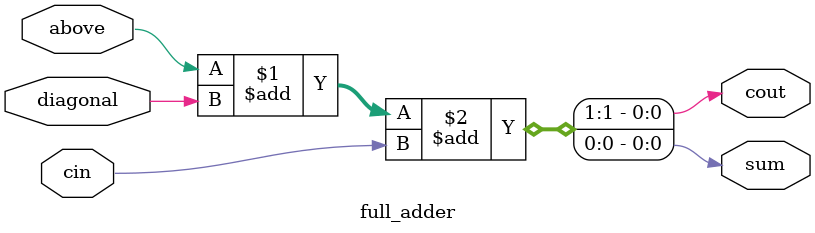
<source format=v>
module mult (
	input   signed [24:0] A,
	input   signed [24:0] B,
	output  signed [49:0] prod
);

//    assign prod [49:10] = 15'b0000000000000000;

    array_multiplier #(
    .WIDTH(25)
) mult_inst (
    .a(A),
    .x(B),
    .product(prod)
);


endmodule

module array_multiplier #(
    parameter WIDTH = 25
)(
    input [WIDTH-1:0] a,
    input [WIDTH-1:0] x,
    output [2*WIDTH-1:0] product
);

    // it's x [sth] a [sth]  
    wire [WIDTH-1:0] pre_pp[WIDTH-1:0];
    wire [WIDTH-1:0] pp[WIDTH-1:0];
    // They are [y][x] down is y, right is x for each FA[x][y]
    wire [WIDTH-2:0] sum[WIDTH-1: 0];
    wire [WIDTH-2: 0] carry[WIDTH-1:0];
    
    wire last_product;
    
    
    genvar i, j;
    generate
        // Partial products
        for(i = 0; i < WIDTH - 1; i = i + 1) begin: pp_gen
            assign pre_pp[i] = x[i] ? a : 0;
            // Negate first pp
            assign pp[i][WIDTH-2:0] = pre_pp[i];
            assign pp[i][WIDTH-1] = !pre_pp[i][WIDTH-1];
//            assign pp[i] = x[i] ? a : 0;            
        end
        // For last part we want to flip the whole row to get proper Baugh-Wooley
        assign pre_pp[WIDTH-1] = x[WIDTH-1] ? a : 0;
            // Negate first pp
        assign pp[WIDTH-1][WIDTH-2:0] = ~pre_pp[WIDTH-1];
        assign pp[WIDTH-1][WIDTH-1] = pre_pp[WIDTH-1][WIDTH-1];
        // First row, here 0 at top
        assign product[0] = pp[0][0];
        for(i = 1; i < WIDTH; i = i + 1) begin: first_row
            full_adder fa(
                .above(0),
                .diagonal(pp[0][WIDTH-i]), // it's x0a[WIDTH-1] also makes us skip x0a0
                .cin(pp[1][WIDTH-i-1]), // in case of WIDTH = 5, we go from x1a3
                .sum(sum[0][i-1]),
                .cout(carry[0][i-1])
            );
        end
        // Intermediate rows before last
        for(i = 1; i < WIDTH-1; i =i+1) begin: middle_row_total
            // First we parse the one on the edge, cause it has a different b input
            full_adder fa(
                .above(carry[i-1][0]), // Carry from previous row
                .diagonal(pp[i][WIDTH-1]), // Missing pp from above, x[][4] 
                .cin(pp[i+1][WIDTH-2]), // x i+1, a max -1, cause max will go row lower
                .sum(sum[i][0]), // First sum and carries in array
                .cout(carry[i][0]) 
            );
            // Rest of the row
            for(j = 1; j < WIDTH-1; j = j + 1) begin: middle_row_single
                // j is x, i is y
                full_adder fa(
                    .above(carry[i-1][j]), // Carry from previous row
                    .diagonal(sum[i-1][j-1]), // Sum of previous row, previous col boi 
                    .cin(pp[i+1][WIDTH -j-2]), // Rest of x i+1, from a max - 2
                    .sum(sum[i][j]), // Rest of sum and carries
                    .cout(carry[i][j])
                );
            end
        end
        // Final row
        // First FA has to be weird
        full_adder og_first_last_row (
            .above(carry[WIDTH-2][0]), // Carry from previous row
            .diagonal(pp[WIDTH-1][WIDTH-1]), // Final pp 
            .cin(carry[WIDTH-1][1]), // carry comes from FA in next col 
            .sum(product[2*WIDTH-2]), // This one before final output
            .cout(last_product) // But carry becomes final output
        );
        full_adder extra_fa_final_product(
            .above(1), // Baugh-Wooley
            .diagonal(0), // Doesn't matter
            .cin(last_product), 
            .sum(product[2*WIDTH-1]), // Final product
            .cout() // We can leave this one empty
        );
        // Rest of final row with exception of last one
        for(i = 1; i < WIDTH-2; i = i + 1) begin: last_row
            // Here we go backwards
            full_adder fa(
                .above(carry[WIDTH-2][i]), // Carry from above so WIDTH-1
                .diagonal(sum[WIDTH-2][i-1]), // Sum of previous row, previous col  
                .cin(carry[WIDTH-1][i+1]), // Carry from next FA in last row
                .sum(product[2*WIDTH-2-i]), // Becomes products
                .cout(carry[WIDTH-1][i]) // Our carry becomes ours
            );
        end 
        wire connect_bw;
        wire bw_output;
        // Last of final row, so opposite corner of top left
        full_adder baugh_wooley(
            .above(sum[WIDTH-2][WIDTH-2]), // Those 2 ones compensate for baugh wooley
            .diagonal(1), // They replace the single 1 in next pos
            .cin(1), 
            .sum(bw_output),
            .cout(connect_bw) // Carries to next one
        );
        full_adder fa_last(
                .above(carry[WIDTH-2][WIDTH-2]), // Carry from above so WIDTH-1
                .diagonal(sum[WIDTH-2][WIDTH-3]), // Sum of previous row, previous col  
                .cin(connect_bw), // is zero on corner
                .sum(product[WIDTH]), // Becomes product in the middle
                .cout(carry[WIDTH-1][WIDTH-2]) // Final carry
            );
        // Make sure sums of last column are linked to products
        for(i = 0; i < WIDTH - 2; i = i + 1) begin: last_prods
            assign product[i+1] = sum[i][WIDTH-2];
        end
        assign product[WIDTH-1] = bw_output;
    endgenerate
endmodule


module full_adder(
    input above,
    input diagonal,
    input cin,
    output sum,
    output cout
);
    // I trust vivado on this one
    assign {cout, sum} = above + diagonal + cin;
endmodule

</source>
